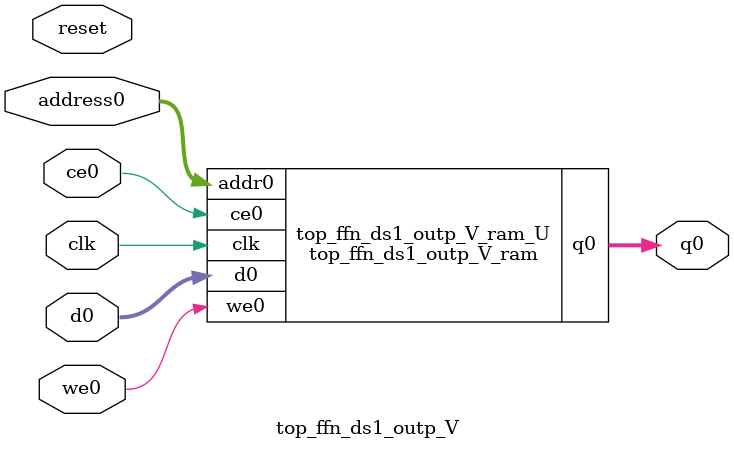
<source format=v>
`timescale 1 ns / 1 ps
module top_ffn_ds1_outp_V_ram (addr0, ce0, d0, we0, q0,  clk);

parameter DWIDTH = 24;
parameter AWIDTH = 16;
parameter MEM_SIZE = 36864;

input[AWIDTH-1:0] addr0;
input ce0;
input[DWIDTH-1:0] d0;
input we0;
output reg[DWIDTH-1:0] q0;
input clk;

(* ram_style = "block" *)reg [DWIDTH-1:0] ram[0:MEM_SIZE-1];




always @(posedge clk)  
begin 
    if (ce0) begin
        if (we0) 
            ram[addr0] <= d0; 
        q0 <= ram[addr0];
    end
end


endmodule

`timescale 1 ns / 1 ps
module top_ffn_ds1_outp_V(
    reset,
    clk,
    address0,
    ce0,
    we0,
    d0,
    q0);

parameter DataWidth = 32'd24;
parameter AddressRange = 32'd36864;
parameter AddressWidth = 32'd16;
input reset;
input clk;
input[AddressWidth - 1:0] address0;
input ce0;
input we0;
input[DataWidth - 1:0] d0;
output[DataWidth - 1:0] q0;



top_ffn_ds1_outp_V_ram top_ffn_ds1_outp_V_ram_U(
    .clk( clk ),
    .addr0( address0 ),
    .ce0( ce0 ),
    .we0( we0 ),
    .d0( d0 ),
    .q0( q0 ));

endmodule


</source>
